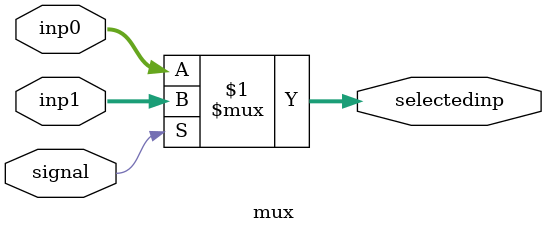
<source format=v>

module mux(inp0,inp1,signal,selectedinp);

parameter n=32;

input [31:0] inp0;   //the 2 inputs that we will be selecting from 
input [31:0] inp1;
input signal;        //the control signal for determing the output signal
output [31:0] selectedinp;  //output

assign selectedinp = signal ? inp1 : inp0;  //if statement for determing the 
                                            //selected input based on signal

endmodule


</source>
